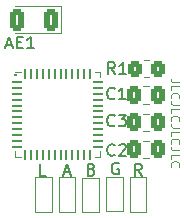
<source format=gto>
G04 #@! TF.GenerationSoftware,KiCad,Pcbnew,8.0.1-8.0.1-1~ubuntu22.04.1*
G04 #@! TF.CreationDate,2024-05-09T18:35:13+02:00*
G04 #@! TF.ProjectId,FCK_SM-028_V1.3,46434b5f-534d-42d3-9032-385f56312e33,rev?*
G04 #@! TF.SameCoordinates,Original*
G04 #@! TF.FileFunction,Legend,Top*
G04 #@! TF.FilePolarity,Positive*
%FSLAX46Y46*%
G04 Gerber Fmt 4.6, Leading zero omitted, Abs format (unit mm)*
G04 Created by KiCad (PCBNEW 8.0.1-8.0.1-1~ubuntu22.04.1) date 2024-05-09 18:35:13*
%MOMM*%
%LPD*%
G01*
G04 APERTURE LIST*
G04 Aperture macros list*
%AMRoundRect*
0 Rectangle with rounded corners*
0 $1 Rounding radius*
0 $2 $3 $4 $5 $6 $7 $8 $9 X,Y pos of 4 corners*
0 Add a 4 corners polygon primitive as box body*
4,1,4,$2,$3,$4,$5,$6,$7,$8,$9,$2,$3,0*
0 Add four circle primitives for the rounded corners*
1,1,$1+$1,$2,$3*
1,1,$1+$1,$4,$5*
1,1,$1+$1,$6,$7*
1,1,$1+$1,$8,$9*
0 Add four rect primitives between the rounded corners*
20,1,$1+$1,$2,$3,$4,$5,0*
20,1,$1+$1,$4,$5,$6,$7,0*
20,1,$1+$1,$6,$7,$8,$9,0*
20,1,$1+$1,$8,$9,$2,$3,0*%
G04 Aperture macros list end*
%ADD10C,0.175000*%
%ADD11C,0.150000*%
%ADD12C,0.100000*%
%ADD13C,0.120000*%
%ADD14RoundRect,0.250000X-0.337500X-0.475000X0.337500X-0.475000X0.337500X0.475000X-0.337500X0.475000X0*%
%ADD15RoundRect,0.062500X-0.337500X-0.062500X0.337500X-0.062500X0.337500X0.062500X-0.337500X0.062500X0*%
%ADD16RoundRect,0.062500X-0.062500X-0.337500X0.062500X-0.337500X0.062500X0.337500X-0.062500X0.337500X0*%
%ADD17R,5.300000X5.300000*%
%ADD18R,1.000000X2.500000*%
%ADD19RoundRect,0.250000X-0.350000X-0.450000X0.350000X-0.450000X0.350000X0.450000X-0.350000X0.450000X0*%
%ADD20RoundRect,0.250000X0.350000X0.650000X-0.350000X0.650000X-0.350000X-0.650000X0.350000X-0.650000X0*%
%ADD21RoundRect,0.250000X0.337500X0.475000X-0.337500X0.475000X-0.337500X-0.475000X0.337500X-0.475000X0*%
G04 APERTURE END LIST*
D10*
X131067500Y-85250000D02*
G75*
G02*
X130892500Y-85250000I-87500J0D01*
G01*
X130892500Y-85250000D02*
G75*
G02*
X131067500Y-85250000I87500J0D01*
G01*
D11*
X131050000Y-89859580D02*
X131097619Y-89907200D01*
X131097619Y-89907200D02*
X131050000Y-89954819D01*
X131050000Y-89954819D02*
X131002381Y-89907200D01*
X131002381Y-89907200D02*
X131050000Y-89859580D01*
X131050000Y-89859580D02*
X131050000Y-89954819D01*
D12*
X144908235Y-90535713D02*
X144372521Y-90535713D01*
X144372521Y-90535713D02*
X144265378Y-90499998D01*
X144265378Y-90499998D02*
X144193950Y-90428570D01*
X144193950Y-90428570D02*
X144158235Y-90321427D01*
X144158235Y-90321427D02*
X144158235Y-90249998D01*
X144158235Y-91249999D02*
X144158235Y-90892856D01*
X144158235Y-90892856D02*
X144908235Y-90892856D01*
X144229664Y-91928570D02*
X144193950Y-91892856D01*
X144193950Y-91892856D02*
X144158235Y-91785713D01*
X144158235Y-91785713D02*
X144158235Y-91714285D01*
X144158235Y-91714285D02*
X144193950Y-91607142D01*
X144193950Y-91607142D02*
X144265378Y-91535713D01*
X144265378Y-91535713D02*
X144336807Y-91499999D01*
X144336807Y-91499999D02*
X144479664Y-91464285D01*
X144479664Y-91464285D02*
X144586807Y-91464285D01*
X144586807Y-91464285D02*
X144729664Y-91499999D01*
X144729664Y-91499999D02*
X144801092Y-91535713D01*
X144801092Y-91535713D02*
X144872521Y-91607142D01*
X144872521Y-91607142D02*
X144908235Y-91714285D01*
X144908235Y-91714285D02*
X144908235Y-91785713D01*
X144908235Y-91785713D02*
X144872521Y-91892856D01*
X144872521Y-91892856D02*
X144836807Y-91928570D01*
X144908235Y-92464285D02*
X144372521Y-92464285D01*
X144372521Y-92464285D02*
X144265378Y-92428570D01*
X144265378Y-92428570D02*
X144193950Y-92357142D01*
X144193950Y-92357142D02*
X144158235Y-92249999D01*
X144158235Y-92249999D02*
X144158235Y-92178570D01*
X144158235Y-93178571D02*
X144158235Y-92821428D01*
X144158235Y-92821428D02*
X144908235Y-92821428D01*
X144229664Y-93857142D02*
X144193950Y-93821428D01*
X144193950Y-93821428D02*
X144158235Y-93714285D01*
X144158235Y-93714285D02*
X144158235Y-93642857D01*
X144158235Y-93642857D02*
X144193950Y-93535714D01*
X144193950Y-93535714D02*
X144265378Y-93464285D01*
X144265378Y-93464285D02*
X144336807Y-93428571D01*
X144336807Y-93428571D02*
X144479664Y-93392857D01*
X144479664Y-93392857D02*
X144586807Y-93392857D01*
X144586807Y-93392857D02*
X144729664Y-93428571D01*
X144729664Y-93428571D02*
X144801092Y-93464285D01*
X144801092Y-93464285D02*
X144872521Y-93535714D01*
X144872521Y-93535714D02*
X144908235Y-93642857D01*
X144908235Y-93642857D02*
X144908235Y-93714285D01*
X144908235Y-93714285D02*
X144872521Y-93821428D01*
X144872521Y-93821428D02*
X144836807Y-93857142D01*
X144908235Y-94392857D02*
X144372521Y-94392857D01*
X144372521Y-94392857D02*
X144265378Y-94357142D01*
X144265378Y-94357142D02*
X144193950Y-94285714D01*
X144193950Y-94285714D02*
X144158235Y-94178571D01*
X144158235Y-94178571D02*
X144158235Y-94107142D01*
X144158235Y-95107143D02*
X144158235Y-94750000D01*
X144158235Y-94750000D02*
X144908235Y-94750000D01*
X144229664Y-95785714D02*
X144193950Y-95750000D01*
X144193950Y-95750000D02*
X144158235Y-95642857D01*
X144158235Y-95642857D02*
X144158235Y-95571429D01*
X144158235Y-95571429D02*
X144193950Y-95464286D01*
X144193950Y-95464286D02*
X144265378Y-95392857D01*
X144265378Y-95392857D02*
X144336807Y-95357143D01*
X144336807Y-95357143D02*
X144479664Y-95321429D01*
X144479664Y-95321429D02*
X144586807Y-95321429D01*
X144586807Y-95321429D02*
X144729664Y-95357143D01*
X144729664Y-95357143D02*
X144801092Y-95392857D01*
X144801092Y-95392857D02*
X144872521Y-95464286D01*
X144872521Y-95464286D02*
X144908235Y-95571429D01*
X144908235Y-95571429D02*
X144908235Y-95642857D01*
X144908235Y-95642857D02*
X144872521Y-95750000D01*
X144872521Y-95750000D02*
X144836807Y-95785714D01*
X144908235Y-96321429D02*
X144372521Y-96321429D01*
X144372521Y-96321429D02*
X144265378Y-96285714D01*
X144265378Y-96285714D02*
X144193950Y-96214286D01*
X144193950Y-96214286D02*
X144158235Y-96107143D01*
X144158235Y-96107143D02*
X144158235Y-96035714D01*
X144158235Y-97035715D02*
X144158235Y-96678572D01*
X144158235Y-96678572D02*
X144908235Y-96678572D01*
X144229664Y-97714286D02*
X144193950Y-97678572D01*
X144193950Y-97678572D02*
X144158235Y-97571429D01*
X144158235Y-97571429D02*
X144158235Y-97500001D01*
X144158235Y-97500001D02*
X144193950Y-97392858D01*
X144193950Y-97392858D02*
X144265378Y-97321429D01*
X144265378Y-97321429D02*
X144336807Y-97285715D01*
X144336807Y-97285715D02*
X144479664Y-97250001D01*
X144479664Y-97250001D02*
X144586807Y-97250001D01*
X144586807Y-97250001D02*
X144729664Y-97285715D01*
X144729664Y-97285715D02*
X144801092Y-97321429D01*
X144801092Y-97321429D02*
X144872521Y-97392858D01*
X144872521Y-97392858D02*
X144908235Y-97500001D01*
X144908235Y-97500001D02*
X144908235Y-97571429D01*
X144908235Y-97571429D02*
X144872521Y-97678572D01*
X144872521Y-97678572D02*
X144836807Y-97714286D01*
D11*
X139423333Y-91909580D02*
X139375714Y-91957200D01*
X139375714Y-91957200D02*
X139232857Y-92004819D01*
X139232857Y-92004819D02*
X139137619Y-92004819D01*
X139137619Y-92004819D02*
X138994762Y-91957200D01*
X138994762Y-91957200D02*
X138899524Y-91861961D01*
X138899524Y-91861961D02*
X138851905Y-91766723D01*
X138851905Y-91766723D02*
X138804286Y-91576247D01*
X138804286Y-91576247D02*
X138804286Y-91433390D01*
X138804286Y-91433390D02*
X138851905Y-91242914D01*
X138851905Y-91242914D02*
X138899524Y-91147676D01*
X138899524Y-91147676D02*
X138994762Y-91052438D01*
X138994762Y-91052438D02*
X139137619Y-91004819D01*
X139137619Y-91004819D02*
X139232857Y-91004819D01*
X139232857Y-91004819D02*
X139375714Y-91052438D01*
X139375714Y-91052438D02*
X139423333Y-91100057D01*
X140375714Y-92004819D02*
X139804286Y-92004819D01*
X140090000Y-92004819D02*
X140090000Y-91004819D01*
X140090000Y-91004819D02*
X139994762Y-91147676D01*
X139994762Y-91147676D02*
X139899524Y-91242914D01*
X139899524Y-91242914D02*
X139804286Y-91290533D01*
X139423333Y-96699580D02*
X139375714Y-96747200D01*
X139375714Y-96747200D02*
X139232857Y-96794819D01*
X139232857Y-96794819D02*
X139137619Y-96794819D01*
X139137619Y-96794819D02*
X138994762Y-96747200D01*
X138994762Y-96747200D02*
X138899524Y-96651961D01*
X138899524Y-96651961D02*
X138851905Y-96556723D01*
X138851905Y-96556723D02*
X138804286Y-96366247D01*
X138804286Y-96366247D02*
X138804286Y-96223390D01*
X138804286Y-96223390D02*
X138851905Y-96032914D01*
X138851905Y-96032914D02*
X138899524Y-95937676D01*
X138899524Y-95937676D02*
X138994762Y-95842438D01*
X138994762Y-95842438D02*
X139137619Y-95794819D01*
X139137619Y-95794819D02*
X139232857Y-95794819D01*
X139232857Y-95794819D02*
X139375714Y-95842438D01*
X139375714Y-95842438D02*
X139423333Y-95890057D01*
X139804286Y-95890057D02*
X139851905Y-95842438D01*
X139851905Y-95842438D02*
X139947143Y-95794819D01*
X139947143Y-95794819D02*
X140185238Y-95794819D01*
X140185238Y-95794819D02*
X140280476Y-95842438D01*
X140280476Y-95842438D02*
X140328095Y-95890057D01*
X140328095Y-95890057D02*
X140375714Y-95985295D01*
X140375714Y-95985295D02*
X140375714Y-96080533D01*
X140375714Y-96080533D02*
X140328095Y-96223390D01*
X140328095Y-96223390D02*
X139756667Y-96794819D01*
X139756667Y-96794819D02*
X140375714Y-96794819D01*
X137471428Y-97931009D02*
X137614285Y-97978628D01*
X137614285Y-97978628D02*
X137661904Y-98026247D01*
X137661904Y-98026247D02*
X137709523Y-98121485D01*
X137709523Y-98121485D02*
X137709523Y-98264342D01*
X137709523Y-98264342D02*
X137661904Y-98359580D01*
X137661904Y-98359580D02*
X137614285Y-98407200D01*
X137614285Y-98407200D02*
X137519047Y-98454819D01*
X137519047Y-98454819D02*
X137138095Y-98454819D01*
X137138095Y-98454819D02*
X137138095Y-97454819D01*
X137138095Y-97454819D02*
X137471428Y-97454819D01*
X137471428Y-97454819D02*
X137566666Y-97502438D01*
X137566666Y-97502438D02*
X137614285Y-97550057D01*
X137614285Y-97550057D02*
X137661904Y-97645295D01*
X137661904Y-97645295D02*
X137661904Y-97740533D01*
X137661904Y-97740533D02*
X137614285Y-97835771D01*
X137614285Y-97835771D02*
X137566666Y-97883390D01*
X137566666Y-97883390D02*
X137471428Y-97931009D01*
X137471428Y-97931009D02*
X137138095Y-97931009D01*
X141709523Y-98454819D02*
X141376190Y-97978628D01*
X141138095Y-98454819D02*
X141138095Y-97454819D01*
X141138095Y-97454819D02*
X141519047Y-97454819D01*
X141519047Y-97454819D02*
X141614285Y-97502438D01*
X141614285Y-97502438D02*
X141661904Y-97550057D01*
X141661904Y-97550057D02*
X141709523Y-97645295D01*
X141709523Y-97645295D02*
X141709523Y-97788152D01*
X141709523Y-97788152D02*
X141661904Y-97883390D01*
X141661904Y-97883390D02*
X141614285Y-97931009D01*
X141614285Y-97931009D02*
X141519047Y-97978628D01*
X141519047Y-97978628D02*
X141138095Y-97978628D01*
X133609523Y-98454819D02*
X133133333Y-98454819D01*
X133133333Y-98454819D02*
X133133333Y-97454819D01*
X139761904Y-97402438D02*
X139666666Y-97354819D01*
X139666666Y-97354819D02*
X139523809Y-97354819D01*
X139523809Y-97354819D02*
X139380952Y-97402438D01*
X139380952Y-97402438D02*
X139285714Y-97497676D01*
X139285714Y-97497676D02*
X139238095Y-97592914D01*
X139238095Y-97592914D02*
X139190476Y-97783390D01*
X139190476Y-97783390D02*
X139190476Y-97926247D01*
X139190476Y-97926247D02*
X139238095Y-98116723D01*
X139238095Y-98116723D02*
X139285714Y-98211961D01*
X139285714Y-98211961D02*
X139380952Y-98307200D01*
X139380952Y-98307200D02*
X139523809Y-98354819D01*
X139523809Y-98354819D02*
X139619047Y-98354819D01*
X139619047Y-98354819D02*
X139761904Y-98307200D01*
X139761904Y-98307200D02*
X139809523Y-98259580D01*
X139809523Y-98259580D02*
X139809523Y-97926247D01*
X139809523Y-97926247D02*
X139619047Y-97926247D01*
X139453333Y-89864819D02*
X139120000Y-89388628D01*
X138881905Y-89864819D02*
X138881905Y-88864819D01*
X138881905Y-88864819D02*
X139262857Y-88864819D01*
X139262857Y-88864819D02*
X139358095Y-88912438D01*
X139358095Y-88912438D02*
X139405714Y-88960057D01*
X139405714Y-88960057D02*
X139453333Y-89055295D01*
X139453333Y-89055295D02*
X139453333Y-89198152D01*
X139453333Y-89198152D02*
X139405714Y-89293390D01*
X139405714Y-89293390D02*
X139358095Y-89341009D01*
X139358095Y-89341009D02*
X139262857Y-89388628D01*
X139262857Y-89388628D02*
X138881905Y-89388628D01*
X140405714Y-89864819D02*
X139834286Y-89864819D01*
X140120000Y-89864819D02*
X140120000Y-88864819D01*
X140120000Y-88864819D02*
X140024762Y-89007676D01*
X140024762Y-89007676D02*
X139929524Y-89102914D01*
X139929524Y-89102914D02*
X139834286Y-89150533D01*
X130263333Y-87399104D02*
X130739523Y-87399104D01*
X130168095Y-87684819D02*
X130501428Y-86684819D01*
X130501428Y-86684819D02*
X130834761Y-87684819D01*
X131168095Y-87161009D02*
X131501428Y-87161009D01*
X131644285Y-87684819D02*
X131168095Y-87684819D01*
X131168095Y-87684819D02*
X131168095Y-86684819D01*
X131168095Y-86684819D02*
X131644285Y-86684819D01*
X132596666Y-87684819D02*
X132025238Y-87684819D01*
X132310952Y-87684819D02*
X132310952Y-86684819D01*
X132310952Y-86684819D02*
X132215714Y-86827676D01*
X132215714Y-86827676D02*
X132120476Y-86922914D01*
X132120476Y-86922914D02*
X132025238Y-86970533D01*
X135161905Y-98169104D02*
X135638095Y-98169104D01*
X135066667Y-98454819D02*
X135400000Y-97454819D01*
X135400000Y-97454819D02*
X135733333Y-98454819D01*
X139423333Y-94199580D02*
X139375714Y-94247200D01*
X139375714Y-94247200D02*
X139232857Y-94294819D01*
X139232857Y-94294819D02*
X139137619Y-94294819D01*
X139137619Y-94294819D02*
X138994762Y-94247200D01*
X138994762Y-94247200D02*
X138899524Y-94151961D01*
X138899524Y-94151961D02*
X138851905Y-94056723D01*
X138851905Y-94056723D02*
X138804286Y-93866247D01*
X138804286Y-93866247D02*
X138804286Y-93723390D01*
X138804286Y-93723390D02*
X138851905Y-93532914D01*
X138851905Y-93532914D02*
X138899524Y-93437676D01*
X138899524Y-93437676D02*
X138994762Y-93342438D01*
X138994762Y-93342438D02*
X139137619Y-93294819D01*
X139137619Y-93294819D02*
X139232857Y-93294819D01*
X139232857Y-93294819D02*
X139375714Y-93342438D01*
X139375714Y-93342438D02*
X139423333Y-93390057D01*
X139756667Y-93294819D02*
X140375714Y-93294819D01*
X140375714Y-93294819D02*
X140042381Y-93675771D01*
X140042381Y-93675771D02*
X140185238Y-93675771D01*
X140185238Y-93675771D02*
X140280476Y-93723390D01*
X140280476Y-93723390D02*
X140328095Y-93771009D01*
X140328095Y-93771009D02*
X140375714Y-93866247D01*
X140375714Y-93866247D02*
X140375714Y-94104342D01*
X140375714Y-94104342D02*
X140328095Y-94199580D01*
X140328095Y-94199580D02*
X140280476Y-94247200D01*
X140280476Y-94247200D02*
X140185238Y-94294819D01*
X140185238Y-94294819D02*
X139899524Y-94294819D01*
X139899524Y-94294819D02*
X139804286Y-94247200D01*
X139804286Y-94247200D02*
X139756667Y-94199580D01*
D13*
X141828748Y-90915000D02*
X142351252Y-90915000D01*
X141828748Y-92385000D02*
X142351252Y-92385000D01*
X141828748Y-95505000D02*
X142351252Y-95505000D01*
X141828748Y-96975000D02*
X142351252Y-96975000D01*
X130990000Y-96890000D02*
X130990000Y-96415000D01*
X131465000Y-89670000D02*
X130990000Y-89670000D01*
X131465000Y-96890000D02*
X130990000Y-96890000D01*
X137735000Y-89670000D02*
X138210000Y-89670000D01*
X137735000Y-96890000D02*
X138210000Y-96890000D01*
X138210000Y-89670000D02*
X138210000Y-90145000D01*
X138210000Y-96890000D02*
X138210000Y-96415000D01*
X136700000Y-98650000D02*
X138100000Y-98650000D01*
X136700000Y-101550000D02*
X136700000Y-98650000D01*
X138100000Y-98650000D02*
X138100000Y-101550000D01*
X138100000Y-101550000D02*
X136700000Y-101550000D01*
X140700000Y-98600000D02*
X142100000Y-98600000D01*
X140700000Y-101500000D02*
X140700000Y-98600000D01*
X142100000Y-98600000D02*
X142100000Y-101500000D01*
X142100000Y-101500000D02*
X140700000Y-101500000D01*
X132700000Y-98600000D02*
X134100000Y-98600000D01*
X132700000Y-101500000D02*
X132700000Y-98600000D01*
X134100000Y-98600000D02*
X134100000Y-101500000D01*
X134100000Y-101500000D02*
X132700000Y-101500000D01*
X138700000Y-98550000D02*
X140100000Y-98550000D01*
X138700000Y-101450000D02*
X138700000Y-98550000D01*
X140100000Y-98550000D02*
X140100000Y-101450000D01*
X140100000Y-101450000D02*
X138700000Y-101450000D01*
X141892936Y-88675000D02*
X142347064Y-88675000D01*
X141892936Y-90145000D02*
X142347064Y-90145000D01*
X131000000Y-86410000D02*
X134910000Y-86410000D01*
X134910000Y-84090000D02*
X131000000Y-84090000D01*
X134910000Y-86410000D02*
X134910000Y-84090000D01*
X134700000Y-98600000D02*
X136100000Y-98600000D01*
X134700000Y-101500000D02*
X134700000Y-98600000D01*
X136100000Y-98600000D02*
X136100000Y-101500000D01*
X136100000Y-101500000D02*
X134700000Y-101500000D01*
X142351252Y-93205000D02*
X141828748Y-93205000D01*
X142351252Y-94675000D02*
X141828748Y-94675000D01*
%LPC*%
D14*
X141052500Y-91650000D03*
X143127500Y-91650000D03*
X141052500Y-96240000D03*
X143127500Y-96240000D03*
D15*
X131150000Y-90530000D03*
X131150000Y-91030000D03*
X131150000Y-91530000D03*
X131150000Y-92030000D03*
X131150000Y-92530000D03*
X131150000Y-93030000D03*
X131150000Y-93530000D03*
X131150000Y-94030000D03*
X131150000Y-94530000D03*
X131150000Y-95030000D03*
X131150000Y-95530000D03*
X131150000Y-96030000D03*
D16*
X131850000Y-96730000D03*
X132350000Y-96730000D03*
X132850000Y-96730000D03*
X133350000Y-96730000D03*
X133850000Y-96730000D03*
X134350000Y-96730000D03*
X134850000Y-96730000D03*
X135350000Y-96730000D03*
X135850000Y-96730000D03*
X136350000Y-96730000D03*
X136850000Y-96730000D03*
X137350000Y-96730000D03*
D15*
X138050000Y-96030000D03*
X138050000Y-95530000D03*
X138050000Y-95030000D03*
X138050000Y-94530000D03*
X138050000Y-94030000D03*
X138050000Y-93530000D03*
X138050000Y-93030000D03*
X138050000Y-92530000D03*
X138050000Y-92030000D03*
X138050000Y-91530000D03*
X138050000Y-91030000D03*
X138050000Y-90530000D03*
D16*
X137350000Y-89830000D03*
X136850000Y-89830000D03*
X136350000Y-89830000D03*
X135850000Y-89830000D03*
X135350000Y-89830000D03*
X134850000Y-89830000D03*
X134350000Y-89830000D03*
X133850000Y-89830000D03*
X133350000Y-89830000D03*
X132850000Y-89830000D03*
X132350000Y-89830000D03*
X131850000Y-89830000D03*
D17*
X134600000Y-93280000D03*
D18*
X137400000Y-100050000D03*
X141400000Y-100050000D03*
X133400000Y-100050000D03*
X139400000Y-100050000D03*
D19*
X141120000Y-89410000D03*
X143120000Y-89410000D03*
D20*
X134050000Y-85250000D03*
X131150000Y-85250000D03*
D18*
X135400000Y-100050000D03*
D21*
X143127500Y-93940000D03*
X141052500Y-93940000D03*
%LPD*%
M02*

</source>
